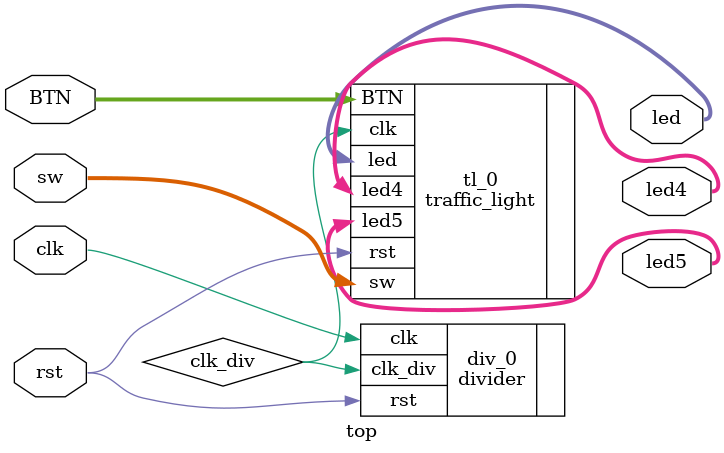
<source format=v>
module top(
    input   clk,
    input   rst,
    input  [1:0] sw,
    input  [2:0] BTN,
    output [2:0] led4,
    output [2:0] led5,
    output [3:0] led
    );
    
    wire    clk_div ;
    
    traffic_light tl_0(
    .clk    (clk_div),
    .rst    (rst),
    .sw     (sw),
    .BTN    (BTN),
    .led4   (led4),
    .led5   (led5),
    .led    (led)
    );
    
    divider div_0(
    .clk    (clk),
    .rst    (rst),
    .clk_div    (clk_div)
    );


    
endmodule

</source>
